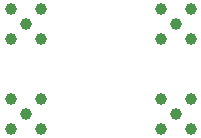
<source format=gbr>
%TF.GenerationSoftware,KiCad,Pcbnew,8.0.3*%
%TF.CreationDate,2024-07-19T20:57:39-07:00*%
%TF.ProjectId,wide_v1_4_layer,77696465-5f76-4315-9f34-5f6c61796572,V1*%
%TF.SameCoordinates,Original*%
%TF.FileFunction,Soldermask,Bot*%
%TF.FilePolarity,Negative*%
%FSLAX46Y46*%
G04 Gerber Fmt 4.6, Leading zero omitted, Abs format (unit mm)*
G04 Created by KiCad (PCBNEW 8.0.3) date 2024-07-19 20:57:39*
%MOMM*%
%LPD*%
G01*
G04 APERTURE LIST*
%ADD10C,0.990600*%
G04 APERTURE END LIST*
D10*
%TO.C,SMP2*%
X72390000Y-104140000D03*
X71120000Y-105410000D03*
X73660000Y-105410000D03*
X73660000Y-102870000D03*
X71120000Y-102870000D03*
%TD*%
%TO.C,SMP3*%
X85090000Y-104140000D03*
X83820000Y-105410000D03*
X86360000Y-105410000D03*
X86360000Y-102870000D03*
X83820000Y-102870000D03*
%TD*%
%TO.C,SMP1*%
X72390000Y-111760000D03*
X71120000Y-113030000D03*
X73660000Y-113030000D03*
X73660000Y-110490000D03*
X71120000Y-110490000D03*
%TD*%
%TO.C,SMP4*%
X85090000Y-111760000D03*
X83820000Y-113030000D03*
X86360000Y-113030000D03*
X86360000Y-110490000D03*
X83820000Y-110490000D03*
%TD*%
M02*

</source>
